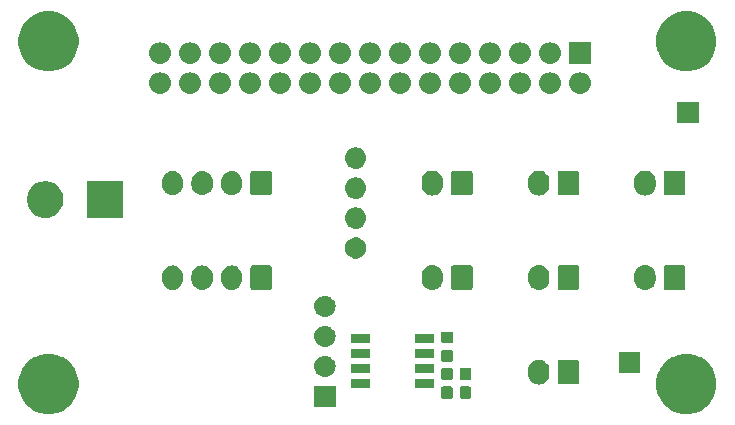
<source format=gts>
G04 #@! TF.GenerationSoftware,KiCad,Pcbnew,(5.1.0)-1*
G04 #@! TF.CreationDate,2019-11-19T19:29:26+08:00*
G04 #@! TF.ProjectId,RibbonCable_MB_BreakdownBoard,52696262-6f6e-4436-9162-6c655f4d425f,V1.1*
G04 #@! TF.SameCoordinates,Original*
G04 #@! TF.FileFunction,Soldermask,Top*
G04 #@! TF.FilePolarity,Negative*
%FSLAX46Y46*%
G04 Gerber Fmt 4.6, Leading zero omitted, Abs format (unit mm)*
G04 Created by KiCad (PCBNEW (5.1.0)-1) date 2019-11-19 19:29:26*
%MOMM*%
%LPD*%
G04 APERTURE LIST*
%ADD10C,0.150000*%
G04 APERTURE END LIST*
D10*
G36*
X163744098Y-99547033D02*
G01*
X164074906Y-99684058D01*
X164208352Y-99739333D01*
X164626168Y-100018509D01*
X164981491Y-100373832D01*
X165253071Y-100780280D01*
X165260668Y-100791650D01*
X165452967Y-101255902D01*
X165551000Y-101748747D01*
X165551000Y-102251253D01*
X165452967Y-102744098D01*
X165269143Y-103187890D01*
X165260667Y-103208352D01*
X164981491Y-103626168D01*
X164626168Y-103981491D01*
X164208352Y-104260667D01*
X164208351Y-104260668D01*
X164208350Y-104260668D01*
X163744098Y-104452967D01*
X163251253Y-104551000D01*
X162748747Y-104551000D01*
X162255902Y-104452967D01*
X161791650Y-104260668D01*
X161791649Y-104260668D01*
X161791648Y-104260667D01*
X161373832Y-103981491D01*
X161018509Y-103626168D01*
X160739333Y-103208352D01*
X160730857Y-103187890D01*
X160547033Y-102744098D01*
X160449000Y-102251253D01*
X160449000Y-101748747D01*
X160547033Y-101255902D01*
X160739332Y-100791650D01*
X160746929Y-100780280D01*
X161018509Y-100373832D01*
X161373832Y-100018509D01*
X161791648Y-99739333D01*
X161925094Y-99684058D01*
X162255902Y-99547033D01*
X162748747Y-99449000D01*
X163251253Y-99449000D01*
X163744098Y-99547033D01*
X163744098Y-99547033D01*
G37*
G36*
X109744098Y-99547033D02*
G01*
X110074906Y-99684058D01*
X110208352Y-99739333D01*
X110626168Y-100018509D01*
X110981491Y-100373832D01*
X111253071Y-100780280D01*
X111260668Y-100791650D01*
X111452967Y-101255902D01*
X111551000Y-101748747D01*
X111551000Y-102251253D01*
X111452967Y-102744098D01*
X111269143Y-103187890D01*
X111260667Y-103208352D01*
X110981491Y-103626168D01*
X110626168Y-103981491D01*
X110208352Y-104260667D01*
X110208351Y-104260668D01*
X110208350Y-104260668D01*
X109744098Y-104452967D01*
X109251253Y-104551000D01*
X108748747Y-104551000D01*
X108255902Y-104452967D01*
X107791650Y-104260668D01*
X107791649Y-104260668D01*
X107791648Y-104260667D01*
X107373832Y-103981491D01*
X107018509Y-103626168D01*
X106739333Y-103208352D01*
X106730857Y-103187890D01*
X106547033Y-102744098D01*
X106449000Y-102251253D01*
X106449000Y-101748747D01*
X106547033Y-101255902D01*
X106739332Y-100791650D01*
X106746929Y-100780280D01*
X107018509Y-100373832D01*
X107373832Y-100018509D01*
X107791648Y-99739333D01*
X107925094Y-99684058D01*
X108255902Y-99547033D01*
X108748747Y-99449000D01*
X109251253Y-99449000D01*
X109744098Y-99547033D01*
X109744098Y-99547033D01*
G37*
G36*
X133298500Y-103961500D02*
G01*
X131496500Y-103961500D01*
X131496500Y-102159500D01*
X133298500Y-102159500D01*
X133298500Y-103961500D01*
X133298500Y-103961500D01*
G37*
G36*
X143064591Y-102221085D02*
G01*
X143098569Y-102231393D01*
X143129890Y-102248134D01*
X143157339Y-102270661D01*
X143179866Y-102298110D01*
X143196607Y-102329431D01*
X143206915Y-102363409D01*
X143211000Y-102404890D01*
X143211000Y-103081110D01*
X143206915Y-103122591D01*
X143196607Y-103156569D01*
X143179866Y-103187890D01*
X143157339Y-103215339D01*
X143129890Y-103237866D01*
X143098569Y-103254607D01*
X143064591Y-103264915D01*
X143023110Y-103269000D01*
X142421890Y-103269000D01*
X142380409Y-103264915D01*
X142346431Y-103254607D01*
X142315110Y-103237866D01*
X142287661Y-103215339D01*
X142265134Y-103187890D01*
X142248393Y-103156569D01*
X142238085Y-103122591D01*
X142234000Y-103081110D01*
X142234000Y-102404890D01*
X142238085Y-102363409D01*
X142248393Y-102329431D01*
X142265134Y-102298110D01*
X142287661Y-102270661D01*
X142315110Y-102248134D01*
X142346431Y-102231393D01*
X142380409Y-102221085D01*
X142421890Y-102217000D01*
X143023110Y-102217000D01*
X143064591Y-102221085D01*
X143064591Y-102221085D01*
G37*
G36*
X144639591Y-102221085D02*
G01*
X144673569Y-102231393D01*
X144704890Y-102248134D01*
X144732339Y-102270661D01*
X144754866Y-102298110D01*
X144771607Y-102329431D01*
X144781915Y-102363409D01*
X144786000Y-102404890D01*
X144786000Y-103081110D01*
X144781915Y-103122591D01*
X144771607Y-103156569D01*
X144754866Y-103187890D01*
X144732339Y-103215339D01*
X144704890Y-103237866D01*
X144673569Y-103254607D01*
X144639591Y-103264915D01*
X144598110Y-103269000D01*
X143996890Y-103269000D01*
X143955409Y-103264915D01*
X143921431Y-103254607D01*
X143890110Y-103237866D01*
X143862661Y-103215339D01*
X143840134Y-103187890D01*
X143823393Y-103156569D01*
X143813085Y-103122591D01*
X143809000Y-103081110D01*
X143809000Y-102404890D01*
X143813085Y-102363409D01*
X143823393Y-102329431D01*
X143840134Y-102298110D01*
X143862661Y-102270661D01*
X143890110Y-102248134D01*
X143921431Y-102231393D01*
X143955409Y-102221085D01*
X143996890Y-102217000D01*
X144598110Y-102217000D01*
X144639591Y-102221085D01*
X144639591Y-102221085D01*
G37*
G36*
X141638500Y-102332000D02*
G01*
X139986500Y-102332000D01*
X139986500Y-101630000D01*
X141638500Y-101630000D01*
X141638500Y-102332000D01*
X141638500Y-102332000D01*
G37*
G36*
X136238500Y-102332000D02*
G01*
X134586500Y-102332000D01*
X134586500Y-101630000D01*
X136238500Y-101630000D01*
X136238500Y-102332000D01*
X136238500Y-102332000D01*
G37*
G36*
X150676627Y-99962037D02*
G01*
X150846466Y-100013557D01*
X150846468Y-100013558D01*
X150870899Y-100026617D01*
X151002991Y-100097222D01*
X151025027Y-100115307D01*
X151140186Y-100209814D01*
X151223448Y-100311271D01*
X151252778Y-100347009D01*
X151336443Y-100503534D01*
X151387963Y-100673374D01*
X151401000Y-100805743D01*
X151401000Y-101194258D01*
X151387963Y-101326627D01*
X151336443Y-101496466D01*
X151252778Y-101652991D01*
X151229381Y-101681500D01*
X151140186Y-101790186D01*
X151002989Y-101902779D01*
X150846467Y-101986442D01*
X150846465Y-101986443D01*
X150676626Y-102037963D01*
X150500000Y-102055359D01*
X150323373Y-102037963D01*
X150153534Y-101986443D01*
X149997009Y-101902778D01*
X149954750Y-101868097D01*
X149859814Y-101790186D01*
X149747221Y-101652989D01*
X149663558Y-101496467D01*
X149662691Y-101493610D01*
X149612037Y-101326626D01*
X149599000Y-101194257D01*
X149599000Y-100805742D01*
X149612037Y-100673373D01*
X149663557Y-100503534D01*
X149747222Y-100347009D01*
X149859815Y-100209815D01*
X149997010Y-100097222D01*
X150129102Y-100026617D01*
X150153533Y-100013558D01*
X150153535Y-100013557D01*
X150323374Y-99962037D01*
X150500000Y-99944641D01*
X150676627Y-99962037D01*
X150676627Y-99962037D01*
G37*
G36*
X153758600Y-99952989D02*
G01*
X153791652Y-99963015D01*
X153822103Y-99979292D01*
X153848799Y-100001201D01*
X153870708Y-100027897D01*
X153886985Y-100058348D01*
X153897011Y-100091400D01*
X153901000Y-100131903D01*
X153901000Y-101868097D01*
X153897011Y-101908600D01*
X153886985Y-101941652D01*
X153870708Y-101972103D01*
X153848799Y-101998799D01*
X153822103Y-102020708D01*
X153791652Y-102036985D01*
X153758600Y-102047011D01*
X153718097Y-102051000D01*
X152281903Y-102051000D01*
X152241400Y-102047011D01*
X152208348Y-102036985D01*
X152177897Y-102020708D01*
X152151201Y-101998799D01*
X152129292Y-101972103D01*
X152113015Y-101941652D01*
X152102989Y-101908600D01*
X152099000Y-101868097D01*
X152099000Y-100131903D01*
X152102989Y-100091400D01*
X152113015Y-100058348D01*
X152129292Y-100027897D01*
X152151201Y-100001201D01*
X152177897Y-99979292D01*
X152208348Y-99963015D01*
X152241400Y-99952989D01*
X152281903Y-99949000D01*
X153718097Y-99949000D01*
X153758600Y-99952989D01*
X153758600Y-99952989D01*
G37*
G36*
X143064591Y-100633585D02*
G01*
X143098569Y-100643893D01*
X143129890Y-100660634D01*
X143157339Y-100683161D01*
X143179866Y-100710610D01*
X143196607Y-100741931D01*
X143206915Y-100775909D01*
X143211000Y-100817390D01*
X143211000Y-101493610D01*
X143206915Y-101535091D01*
X143196607Y-101569069D01*
X143179866Y-101600390D01*
X143157339Y-101627839D01*
X143129890Y-101650366D01*
X143098569Y-101667107D01*
X143064591Y-101677415D01*
X143023110Y-101681500D01*
X142421890Y-101681500D01*
X142380409Y-101677415D01*
X142346431Y-101667107D01*
X142315110Y-101650366D01*
X142287661Y-101627839D01*
X142265134Y-101600390D01*
X142248393Y-101569069D01*
X142238085Y-101535091D01*
X142234000Y-101493610D01*
X142234000Y-100817390D01*
X142238085Y-100775909D01*
X142248393Y-100741931D01*
X142265134Y-100710610D01*
X142287661Y-100683161D01*
X142315110Y-100660634D01*
X142346431Y-100643893D01*
X142380409Y-100633585D01*
X142421890Y-100629500D01*
X143023110Y-100629500D01*
X143064591Y-100633585D01*
X143064591Y-100633585D01*
G37*
G36*
X144639591Y-100633585D02*
G01*
X144673569Y-100643893D01*
X144704890Y-100660634D01*
X144732339Y-100683161D01*
X144754866Y-100710610D01*
X144771607Y-100741931D01*
X144781915Y-100775909D01*
X144786000Y-100817390D01*
X144786000Y-101493610D01*
X144781915Y-101535091D01*
X144771607Y-101569069D01*
X144754866Y-101600390D01*
X144732339Y-101627839D01*
X144704890Y-101650366D01*
X144673569Y-101667107D01*
X144639591Y-101677415D01*
X144598110Y-101681500D01*
X143996890Y-101681500D01*
X143955409Y-101677415D01*
X143921431Y-101667107D01*
X143890110Y-101650366D01*
X143862661Y-101627839D01*
X143840134Y-101600390D01*
X143823393Y-101569069D01*
X143813085Y-101535091D01*
X143809000Y-101493610D01*
X143809000Y-100817390D01*
X143813085Y-100775909D01*
X143823393Y-100741931D01*
X143840134Y-100710610D01*
X143862661Y-100683161D01*
X143890110Y-100660634D01*
X143921431Y-100643893D01*
X143955409Y-100633585D01*
X143996890Y-100629500D01*
X144598110Y-100629500D01*
X144639591Y-100633585D01*
X144639591Y-100633585D01*
G37*
G36*
X132507942Y-99626018D02*
G01*
X132574127Y-99632537D01*
X132743966Y-99684057D01*
X132900491Y-99767722D01*
X132936229Y-99797052D01*
X133037686Y-99880314D01*
X133098233Y-99954092D01*
X133150278Y-100017509D01*
X133233943Y-100174034D01*
X133285463Y-100343873D01*
X133302859Y-100520500D01*
X133285463Y-100697127D01*
X133233943Y-100866966D01*
X133150278Y-101023491D01*
X133120948Y-101059229D01*
X133037686Y-101160686D01*
X132936229Y-101243948D01*
X132900491Y-101273278D01*
X132743966Y-101356943D01*
X132574127Y-101408463D01*
X132507942Y-101414982D01*
X132441760Y-101421500D01*
X132353240Y-101421500D01*
X132287058Y-101414982D01*
X132220873Y-101408463D01*
X132051034Y-101356943D01*
X131894509Y-101273278D01*
X131858771Y-101243948D01*
X131757314Y-101160686D01*
X131674052Y-101059229D01*
X131644722Y-101023491D01*
X131561057Y-100866966D01*
X131509537Y-100697127D01*
X131492141Y-100520500D01*
X131509537Y-100343873D01*
X131561057Y-100174034D01*
X131644722Y-100017509D01*
X131696767Y-99954092D01*
X131757314Y-99880314D01*
X131858771Y-99797052D01*
X131894509Y-99767722D01*
X132051034Y-99684057D01*
X132220873Y-99632537D01*
X132287058Y-99626018D01*
X132353240Y-99619500D01*
X132441760Y-99619500D01*
X132507942Y-99626018D01*
X132507942Y-99626018D01*
G37*
G36*
X159079500Y-101104000D02*
G01*
X157277500Y-101104000D01*
X157277500Y-99302000D01*
X159079500Y-99302000D01*
X159079500Y-101104000D01*
X159079500Y-101104000D01*
G37*
G36*
X136238500Y-101062000D02*
G01*
X134586500Y-101062000D01*
X134586500Y-100360000D01*
X136238500Y-100360000D01*
X136238500Y-101062000D01*
X136238500Y-101062000D01*
G37*
G36*
X141638500Y-101062000D02*
G01*
X139986500Y-101062000D01*
X139986500Y-100360000D01*
X141638500Y-100360000D01*
X141638500Y-101062000D01*
X141638500Y-101062000D01*
G37*
G36*
X143127591Y-99147085D02*
G01*
X143161569Y-99157393D01*
X143192890Y-99174134D01*
X143220339Y-99196661D01*
X143242866Y-99224110D01*
X143259607Y-99255431D01*
X143269915Y-99289409D01*
X143274000Y-99330890D01*
X143274000Y-99932110D01*
X143269915Y-99973591D01*
X143259607Y-100007569D01*
X143242866Y-100038890D01*
X143220339Y-100066339D01*
X143192890Y-100088866D01*
X143161569Y-100105607D01*
X143127591Y-100115915D01*
X143086110Y-100120000D01*
X142409890Y-100120000D01*
X142368409Y-100115915D01*
X142334431Y-100105607D01*
X142303110Y-100088866D01*
X142275661Y-100066339D01*
X142253134Y-100038890D01*
X142236393Y-100007569D01*
X142226085Y-99973591D01*
X142222000Y-99932110D01*
X142222000Y-99330890D01*
X142226085Y-99289409D01*
X142236393Y-99255431D01*
X142253134Y-99224110D01*
X142275661Y-99196661D01*
X142303110Y-99174134D01*
X142334431Y-99157393D01*
X142368409Y-99147085D01*
X142409890Y-99143000D01*
X143086110Y-99143000D01*
X143127591Y-99147085D01*
X143127591Y-99147085D01*
G37*
G36*
X136238500Y-99792000D02*
G01*
X134586500Y-99792000D01*
X134586500Y-99090000D01*
X136238500Y-99090000D01*
X136238500Y-99792000D01*
X136238500Y-99792000D01*
G37*
G36*
X141638500Y-99792000D02*
G01*
X139986500Y-99792000D01*
X139986500Y-99090000D01*
X141638500Y-99090000D01*
X141638500Y-99792000D01*
X141638500Y-99792000D01*
G37*
G36*
X132507943Y-97086019D02*
G01*
X132574127Y-97092537D01*
X132743966Y-97144057D01*
X132900491Y-97227722D01*
X132936229Y-97257052D01*
X133037686Y-97340314D01*
X133120948Y-97441771D01*
X133150278Y-97477509D01*
X133150279Y-97477511D01*
X133227330Y-97621661D01*
X133233943Y-97634034D01*
X133285463Y-97803873D01*
X133302859Y-97980500D01*
X133285463Y-98157127D01*
X133233943Y-98326966D01*
X133150278Y-98483491D01*
X133143837Y-98491339D01*
X133037686Y-98620686D01*
X132936229Y-98703948D01*
X132900491Y-98733278D01*
X132743966Y-98816943D01*
X132574127Y-98868463D01*
X132507943Y-98874981D01*
X132441760Y-98881500D01*
X132353240Y-98881500D01*
X132287057Y-98874981D01*
X132220873Y-98868463D01*
X132051034Y-98816943D01*
X131894509Y-98733278D01*
X131858771Y-98703948D01*
X131757314Y-98620686D01*
X131651163Y-98491339D01*
X131644722Y-98483491D01*
X131561057Y-98326966D01*
X131509537Y-98157127D01*
X131492141Y-97980500D01*
X131509537Y-97803873D01*
X131561057Y-97634034D01*
X131567671Y-97621661D01*
X131644721Y-97477511D01*
X131644722Y-97477509D01*
X131674052Y-97441771D01*
X131757314Y-97340314D01*
X131858771Y-97257052D01*
X131894509Y-97227722D01*
X132051034Y-97144057D01*
X132220873Y-97092537D01*
X132287057Y-97086019D01*
X132353240Y-97079500D01*
X132441760Y-97079500D01*
X132507943Y-97086019D01*
X132507943Y-97086019D01*
G37*
G36*
X143127591Y-97572085D02*
G01*
X143161569Y-97582393D01*
X143192890Y-97599134D01*
X143220339Y-97621661D01*
X143242866Y-97649110D01*
X143259607Y-97680431D01*
X143269915Y-97714409D01*
X143274000Y-97755890D01*
X143274000Y-98357110D01*
X143269915Y-98398591D01*
X143259607Y-98432569D01*
X143242866Y-98463890D01*
X143220339Y-98491339D01*
X143192890Y-98513866D01*
X143161569Y-98530607D01*
X143127591Y-98540915D01*
X143086110Y-98545000D01*
X142409890Y-98545000D01*
X142368409Y-98540915D01*
X142334431Y-98530607D01*
X142303110Y-98513866D01*
X142275661Y-98491339D01*
X142253134Y-98463890D01*
X142236393Y-98432569D01*
X142226085Y-98398591D01*
X142222000Y-98357110D01*
X142222000Y-97755890D01*
X142226085Y-97714409D01*
X142236393Y-97680431D01*
X142253134Y-97649110D01*
X142275661Y-97621661D01*
X142303110Y-97599134D01*
X142334431Y-97582393D01*
X142368409Y-97572085D01*
X142409890Y-97568000D01*
X143086110Y-97568000D01*
X143127591Y-97572085D01*
X143127591Y-97572085D01*
G37*
G36*
X141638500Y-98522000D02*
G01*
X139986500Y-98522000D01*
X139986500Y-97820000D01*
X141638500Y-97820000D01*
X141638500Y-98522000D01*
X141638500Y-98522000D01*
G37*
G36*
X136238500Y-98522000D02*
G01*
X134586500Y-98522000D01*
X134586500Y-97820000D01*
X136238500Y-97820000D01*
X136238500Y-98522000D01*
X136238500Y-98522000D01*
G37*
G36*
X132507942Y-94546018D02*
G01*
X132574127Y-94552537D01*
X132743966Y-94604057D01*
X132900491Y-94687722D01*
X132936229Y-94717052D01*
X133037686Y-94800314D01*
X133120948Y-94901771D01*
X133150278Y-94937509D01*
X133233943Y-95094034D01*
X133285463Y-95263873D01*
X133302859Y-95440500D01*
X133285463Y-95617127D01*
X133233943Y-95786966D01*
X133150278Y-95943491D01*
X133120948Y-95979229D01*
X133037686Y-96080686D01*
X132936229Y-96163948D01*
X132900491Y-96193278D01*
X132743966Y-96276943D01*
X132574127Y-96328463D01*
X132507942Y-96334982D01*
X132441760Y-96341500D01*
X132353240Y-96341500D01*
X132287057Y-96334981D01*
X132220873Y-96328463D01*
X132051034Y-96276943D01*
X131894509Y-96193278D01*
X131858771Y-96163948D01*
X131757314Y-96080686D01*
X131674052Y-95979229D01*
X131644722Y-95943491D01*
X131561057Y-95786966D01*
X131509537Y-95617127D01*
X131492141Y-95440500D01*
X131509537Y-95263873D01*
X131561057Y-95094034D01*
X131644722Y-94937509D01*
X131674052Y-94901771D01*
X131757314Y-94800314D01*
X131858771Y-94717052D01*
X131894509Y-94687722D01*
X132051034Y-94604057D01*
X132220873Y-94552537D01*
X132287057Y-94546019D01*
X132353240Y-94539500D01*
X132441760Y-94539500D01*
X132507942Y-94546018D01*
X132507942Y-94546018D01*
G37*
G36*
X159676627Y-91962037D02*
G01*
X159846466Y-92013557D01*
X160002991Y-92097222D01*
X160026359Y-92116400D01*
X160140186Y-92209814D01*
X160223448Y-92311271D01*
X160252778Y-92347009D01*
X160336443Y-92503534D01*
X160387963Y-92673374D01*
X160401000Y-92805743D01*
X160401000Y-93194258D01*
X160387963Y-93326627D01*
X160336443Y-93496466D01*
X160252778Y-93652991D01*
X160223448Y-93688729D01*
X160140186Y-93790186D01*
X160002989Y-93902779D01*
X159870120Y-93973799D01*
X159846465Y-93986443D01*
X159676626Y-94037963D01*
X159500000Y-94055359D01*
X159323373Y-94037963D01*
X159153534Y-93986443D01*
X158997009Y-93902778D01*
X158947822Y-93862411D01*
X158859814Y-93790186D01*
X158747221Y-93652989D01*
X158663558Y-93496467D01*
X158663557Y-93496465D01*
X158612037Y-93326626D01*
X158599000Y-93194257D01*
X158599000Y-92805742D01*
X158612037Y-92673373D01*
X158663557Y-92503534D01*
X158747222Y-92347009D01*
X158859815Y-92209815D01*
X158997010Y-92097222D01*
X159153535Y-92013557D01*
X159323374Y-91962037D01*
X159500000Y-91944641D01*
X159676627Y-91962037D01*
X159676627Y-91962037D01*
G37*
G36*
X150676627Y-91962037D02*
G01*
X150846466Y-92013557D01*
X151002991Y-92097222D01*
X151026359Y-92116400D01*
X151140186Y-92209814D01*
X151223448Y-92311271D01*
X151252778Y-92347009D01*
X151336443Y-92503534D01*
X151387963Y-92673374D01*
X151401000Y-92805743D01*
X151401000Y-93194258D01*
X151387963Y-93326627D01*
X151336443Y-93496466D01*
X151252778Y-93652991D01*
X151223448Y-93688729D01*
X151140186Y-93790186D01*
X151002989Y-93902779D01*
X150870120Y-93973799D01*
X150846465Y-93986443D01*
X150676626Y-94037963D01*
X150500000Y-94055359D01*
X150323373Y-94037963D01*
X150153534Y-93986443D01*
X149997009Y-93902778D01*
X149947822Y-93862411D01*
X149859814Y-93790186D01*
X149747221Y-93652989D01*
X149663558Y-93496467D01*
X149663557Y-93496465D01*
X149612037Y-93326626D01*
X149599000Y-93194257D01*
X149599000Y-92805742D01*
X149612037Y-92673373D01*
X149663557Y-92503534D01*
X149747222Y-92347009D01*
X149859815Y-92209815D01*
X149997010Y-92097222D01*
X150153535Y-92013557D01*
X150323374Y-91962037D01*
X150500000Y-91944641D01*
X150676627Y-91962037D01*
X150676627Y-91962037D01*
G37*
G36*
X141676627Y-91962037D02*
G01*
X141846466Y-92013557D01*
X142002991Y-92097222D01*
X142026359Y-92116400D01*
X142140186Y-92209814D01*
X142223448Y-92311271D01*
X142252778Y-92347009D01*
X142336443Y-92503534D01*
X142387963Y-92673374D01*
X142401000Y-92805743D01*
X142401000Y-93194258D01*
X142387963Y-93326627D01*
X142336443Y-93496466D01*
X142252778Y-93652991D01*
X142223448Y-93688729D01*
X142140186Y-93790186D01*
X142002989Y-93902779D01*
X141870120Y-93973799D01*
X141846465Y-93986443D01*
X141676626Y-94037963D01*
X141500000Y-94055359D01*
X141323373Y-94037963D01*
X141153534Y-93986443D01*
X140997009Y-93902778D01*
X140947822Y-93862411D01*
X140859814Y-93790186D01*
X140747221Y-93652989D01*
X140663558Y-93496467D01*
X140663557Y-93496465D01*
X140612037Y-93326626D01*
X140599000Y-93194257D01*
X140599000Y-92805742D01*
X140612037Y-92673373D01*
X140663557Y-92503534D01*
X140747222Y-92347009D01*
X140859815Y-92209815D01*
X140997010Y-92097222D01*
X141153535Y-92013557D01*
X141323374Y-91962037D01*
X141500000Y-91944641D01*
X141676627Y-91962037D01*
X141676627Y-91962037D01*
G37*
G36*
X162758600Y-91952989D02*
G01*
X162791652Y-91963015D01*
X162822103Y-91979292D01*
X162848799Y-92001201D01*
X162870708Y-92027897D01*
X162886985Y-92058348D01*
X162897011Y-92091400D01*
X162901000Y-92131903D01*
X162901000Y-93868097D01*
X162897011Y-93908600D01*
X162886985Y-93941652D01*
X162870708Y-93972103D01*
X162848799Y-93998799D01*
X162822103Y-94020708D01*
X162791652Y-94036985D01*
X162758600Y-94047011D01*
X162718097Y-94051000D01*
X161281903Y-94051000D01*
X161241400Y-94047011D01*
X161208348Y-94036985D01*
X161177897Y-94020708D01*
X161151201Y-93998799D01*
X161129292Y-93972103D01*
X161113015Y-93941652D01*
X161102989Y-93908600D01*
X161099000Y-93868097D01*
X161099000Y-92131903D01*
X161102989Y-92091400D01*
X161113015Y-92058348D01*
X161129292Y-92027897D01*
X161151201Y-92001201D01*
X161177897Y-91979292D01*
X161208348Y-91963015D01*
X161241400Y-91952989D01*
X161281903Y-91949000D01*
X162718097Y-91949000D01*
X162758600Y-91952989D01*
X162758600Y-91952989D01*
G37*
G36*
X144758600Y-91952989D02*
G01*
X144791652Y-91963015D01*
X144822103Y-91979292D01*
X144848799Y-92001201D01*
X144870708Y-92027897D01*
X144886985Y-92058348D01*
X144897011Y-92091400D01*
X144901000Y-92131903D01*
X144901000Y-93868097D01*
X144897011Y-93908600D01*
X144886985Y-93941652D01*
X144870708Y-93972103D01*
X144848799Y-93998799D01*
X144822103Y-94020708D01*
X144791652Y-94036985D01*
X144758600Y-94047011D01*
X144718097Y-94051000D01*
X143281903Y-94051000D01*
X143241400Y-94047011D01*
X143208348Y-94036985D01*
X143177897Y-94020708D01*
X143151201Y-93998799D01*
X143129292Y-93972103D01*
X143113015Y-93941652D01*
X143102989Y-93908600D01*
X143099000Y-93868097D01*
X143099000Y-92131903D01*
X143102989Y-92091400D01*
X143113015Y-92058348D01*
X143129292Y-92027897D01*
X143151201Y-92001201D01*
X143177897Y-91979292D01*
X143208348Y-91963015D01*
X143241400Y-91952989D01*
X143281903Y-91949000D01*
X144718097Y-91949000D01*
X144758600Y-91952989D01*
X144758600Y-91952989D01*
G37*
G36*
X153758600Y-91952989D02*
G01*
X153791652Y-91963015D01*
X153822103Y-91979292D01*
X153848799Y-92001201D01*
X153870708Y-92027897D01*
X153886985Y-92058348D01*
X153897011Y-92091400D01*
X153901000Y-92131903D01*
X153901000Y-93868097D01*
X153897011Y-93908600D01*
X153886985Y-93941652D01*
X153870708Y-93972103D01*
X153848799Y-93998799D01*
X153822103Y-94020708D01*
X153791652Y-94036985D01*
X153758600Y-94047011D01*
X153718097Y-94051000D01*
X152281903Y-94051000D01*
X152241400Y-94047011D01*
X152208348Y-94036985D01*
X152177897Y-94020708D01*
X152151201Y-93998799D01*
X152129292Y-93972103D01*
X152113015Y-93941652D01*
X152102989Y-93908600D01*
X152099000Y-93868097D01*
X152099000Y-92131903D01*
X152102989Y-92091400D01*
X152113015Y-92058348D01*
X152129292Y-92027897D01*
X152151201Y-92001201D01*
X152177897Y-91979292D01*
X152208348Y-91963015D01*
X152241400Y-91952989D01*
X152281903Y-91949000D01*
X153718097Y-91949000D01*
X153758600Y-91952989D01*
X153758600Y-91952989D01*
G37*
G36*
X122176627Y-91987037D02*
G01*
X122346466Y-92038557D01*
X122502991Y-92122222D01*
X122538729Y-92151552D01*
X122640186Y-92234814D01*
X122723448Y-92336271D01*
X122752778Y-92372009D01*
X122836443Y-92528534D01*
X122887963Y-92698374D01*
X122887963Y-92698376D01*
X122898538Y-92805740D01*
X122901000Y-92830743D01*
X122901000Y-93169258D01*
X122887963Y-93301627D01*
X122836443Y-93471466D01*
X122752778Y-93627991D01*
X122732262Y-93652990D01*
X122640186Y-93765186D01*
X122502989Y-93877779D01*
X122346467Y-93961442D01*
X122346465Y-93961443D01*
X122176626Y-94012963D01*
X122000000Y-94030359D01*
X121823373Y-94012963D01*
X121653534Y-93961443D01*
X121497009Y-93877778D01*
X121448173Y-93837699D01*
X121359814Y-93765186D01*
X121247221Y-93627989D01*
X121163558Y-93471467D01*
X121163557Y-93471465D01*
X121112037Y-93301626D01*
X121105518Y-93235441D01*
X121099000Y-93169259D01*
X121099000Y-92830740D01*
X121112037Y-92698375D01*
X121112037Y-92698373D01*
X121163557Y-92528534D01*
X121247222Y-92372009D01*
X121359815Y-92234815D01*
X121497010Y-92122222D01*
X121653535Y-92038557D01*
X121823374Y-91987037D01*
X122000000Y-91969641D01*
X122176627Y-91987037D01*
X122176627Y-91987037D01*
G37*
G36*
X119676627Y-91987037D02*
G01*
X119846466Y-92038557D01*
X120002991Y-92122222D01*
X120038729Y-92151552D01*
X120140186Y-92234814D01*
X120223448Y-92336271D01*
X120252778Y-92372009D01*
X120336443Y-92528534D01*
X120387963Y-92698374D01*
X120387963Y-92698376D01*
X120398538Y-92805740D01*
X120401000Y-92830743D01*
X120401000Y-93169258D01*
X120387963Y-93301627D01*
X120336443Y-93471466D01*
X120252778Y-93627991D01*
X120232262Y-93652990D01*
X120140186Y-93765186D01*
X120002989Y-93877779D01*
X119846467Y-93961442D01*
X119846465Y-93961443D01*
X119676626Y-94012963D01*
X119500000Y-94030359D01*
X119323373Y-94012963D01*
X119153534Y-93961443D01*
X118997009Y-93877778D01*
X118948173Y-93837699D01*
X118859814Y-93765186D01*
X118747221Y-93627989D01*
X118663558Y-93471467D01*
X118663557Y-93471465D01*
X118612037Y-93301626D01*
X118605518Y-93235441D01*
X118599000Y-93169259D01*
X118599000Y-92830740D01*
X118612037Y-92698375D01*
X118612037Y-92698373D01*
X118663557Y-92528534D01*
X118747222Y-92372009D01*
X118859815Y-92234815D01*
X118997010Y-92122222D01*
X119153535Y-92038557D01*
X119323374Y-91987037D01*
X119500000Y-91969641D01*
X119676627Y-91987037D01*
X119676627Y-91987037D01*
G37*
G36*
X124676627Y-91987037D02*
G01*
X124846466Y-92038557D01*
X125002991Y-92122222D01*
X125038729Y-92151552D01*
X125140186Y-92234814D01*
X125223448Y-92336271D01*
X125252778Y-92372009D01*
X125336443Y-92528534D01*
X125387963Y-92698374D01*
X125387963Y-92698376D01*
X125398538Y-92805740D01*
X125401000Y-92830743D01*
X125401000Y-93169258D01*
X125387963Y-93301627D01*
X125336443Y-93471466D01*
X125252778Y-93627991D01*
X125232262Y-93652990D01*
X125140186Y-93765186D01*
X125002989Y-93877779D01*
X124846467Y-93961442D01*
X124846465Y-93961443D01*
X124676626Y-94012963D01*
X124500000Y-94030359D01*
X124323373Y-94012963D01*
X124153534Y-93961443D01*
X123997009Y-93877778D01*
X123948173Y-93837699D01*
X123859814Y-93765186D01*
X123747221Y-93627989D01*
X123663558Y-93471467D01*
X123663557Y-93471465D01*
X123612037Y-93301626D01*
X123605518Y-93235441D01*
X123599000Y-93169259D01*
X123599000Y-92830740D01*
X123612037Y-92698375D01*
X123612037Y-92698373D01*
X123663557Y-92528534D01*
X123747222Y-92372009D01*
X123859815Y-92234815D01*
X123997010Y-92122222D01*
X124153535Y-92038557D01*
X124323374Y-91987037D01*
X124500000Y-91969641D01*
X124676627Y-91987037D01*
X124676627Y-91987037D01*
G37*
G36*
X127758600Y-91977989D02*
G01*
X127791652Y-91988015D01*
X127822103Y-92004292D01*
X127848799Y-92026201D01*
X127870708Y-92052897D01*
X127886985Y-92083348D01*
X127897011Y-92116400D01*
X127901000Y-92156903D01*
X127901000Y-93843097D01*
X127897011Y-93883600D01*
X127886985Y-93916652D01*
X127870708Y-93947103D01*
X127848799Y-93973799D01*
X127822103Y-93995708D01*
X127791652Y-94011985D01*
X127758600Y-94022011D01*
X127718097Y-94026000D01*
X126281903Y-94026000D01*
X126241400Y-94022011D01*
X126208348Y-94011985D01*
X126177897Y-93995708D01*
X126151201Y-93973799D01*
X126129292Y-93947103D01*
X126113015Y-93916652D01*
X126102989Y-93883600D01*
X126099000Y-93843097D01*
X126099000Y-92156903D01*
X126102989Y-92116400D01*
X126113015Y-92083348D01*
X126129292Y-92052897D01*
X126151201Y-92026201D01*
X126177897Y-92004292D01*
X126208348Y-91988015D01*
X126241400Y-91977989D01*
X126281903Y-91974000D01*
X127718097Y-91974000D01*
X127758600Y-91977989D01*
X127758600Y-91977989D01*
G37*
G36*
X135113512Y-89603927D02*
G01*
X135262812Y-89633624D01*
X135426784Y-89701544D01*
X135574354Y-89800147D01*
X135699853Y-89925646D01*
X135798456Y-90073216D01*
X135866376Y-90237188D01*
X135901000Y-90411259D01*
X135901000Y-90588741D01*
X135866376Y-90762812D01*
X135798456Y-90926784D01*
X135699853Y-91074354D01*
X135574354Y-91199853D01*
X135426784Y-91298456D01*
X135262812Y-91366376D01*
X135113512Y-91396073D01*
X135088742Y-91401000D01*
X134911258Y-91401000D01*
X134886488Y-91396073D01*
X134737188Y-91366376D01*
X134573216Y-91298456D01*
X134425646Y-91199853D01*
X134300147Y-91074354D01*
X134201544Y-90926784D01*
X134133624Y-90762812D01*
X134099000Y-90588741D01*
X134099000Y-90411259D01*
X134133624Y-90237188D01*
X134201544Y-90073216D01*
X134300147Y-89925646D01*
X134425646Y-89800147D01*
X134573216Y-89701544D01*
X134737188Y-89633624D01*
X134886488Y-89603927D01*
X134911258Y-89599000D01*
X135088742Y-89599000D01*
X135113512Y-89603927D01*
X135113512Y-89603927D01*
G37*
G36*
X135110443Y-87065519D02*
G01*
X135176627Y-87072037D01*
X135346466Y-87123557D01*
X135502991Y-87207222D01*
X135538729Y-87236552D01*
X135640186Y-87319814D01*
X135723448Y-87421271D01*
X135752778Y-87457009D01*
X135752779Y-87457011D01*
X135831743Y-87604740D01*
X135836443Y-87613534D01*
X135887963Y-87783373D01*
X135905359Y-87960000D01*
X135887963Y-88136627D01*
X135836443Y-88306466D01*
X135752778Y-88462991D01*
X135723448Y-88498729D01*
X135640186Y-88600186D01*
X135538729Y-88683448D01*
X135502991Y-88712778D01*
X135346466Y-88796443D01*
X135176627Y-88847963D01*
X135110442Y-88854482D01*
X135044260Y-88861000D01*
X134955740Y-88861000D01*
X134889558Y-88854482D01*
X134823373Y-88847963D01*
X134653534Y-88796443D01*
X134497009Y-88712778D01*
X134461271Y-88683448D01*
X134359814Y-88600186D01*
X134276552Y-88498729D01*
X134247222Y-88462991D01*
X134163557Y-88306466D01*
X134112037Y-88136627D01*
X134094641Y-87960000D01*
X134112037Y-87783373D01*
X134163557Y-87613534D01*
X134168258Y-87604740D01*
X134247221Y-87457011D01*
X134247222Y-87457009D01*
X134276552Y-87421271D01*
X134359814Y-87319814D01*
X134461271Y-87236552D01*
X134497009Y-87207222D01*
X134653534Y-87123557D01*
X134823373Y-87072037D01*
X134889557Y-87065519D01*
X134955740Y-87059000D01*
X135044260Y-87059000D01*
X135110443Y-87065519D01*
X135110443Y-87065519D01*
G37*
G36*
X115343000Y-87951000D02*
G01*
X112241000Y-87951000D01*
X112241000Y-84849000D01*
X115343000Y-84849000D01*
X115343000Y-87951000D01*
X115343000Y-87951000D01*
G37*
G36*
X109014585Y-84878802D02*
G01*
X109164410Y-84908604D01*
X109446674Y-85025521D01*
X109700705Y-85195259D01*
X109916741Y-85411295D01*
X110086479Y-85665326D01*
X110203396Y-85947590D01*
X110263000Y-86247240D01*
X110263000Y-86552760D01*
X110203396Y-86852410D01*
X110086479Y-87134674D01*
X109916741Y-87388705D01*
X109700705Y-87604741D01*
X109446674Y-87774479D01*
X109164410Y-87891396D01*
X109014585Y-87921198D01*
X108864761Y-87951000D01*
X108559239Y-87951000D01*
X108409415Y-87921198D01*
X108259590Y-87891396D01*
X107977326Y-87774479D01*
X107723295Y-87604741D01*
X107507259Y-87388705D01*
X107337521Y-87134674D01*
X107220604Y-86852410D01*
X107161000Y-86552760D01*
X107161000Y-86247240D01*
X107220604Y-85947590D01*
X107337521Y-85665326D01*
X107507259Y-85411295D01*
X107723295Y-85195259D01*
X107977326Y-85025521D01*
X108259590Y-84908604D01*
X108409415Y-84878802D01*
X108559239Y-84849000D01*
X108864761Y-84849000D01*
X109014585Y-84878802D01*
X109014585Y-84878802D01*
G37*
G36*
X135110442Y-84525518D02*
G01*
X135176627Y-84532037D01*
X135346466Y-84583557D01*
X135502991Y-84667222D01*
X135538729Y-84696552D01*
X135640186Y-84779814D01*
X135723448Y-84881271D01*
X135752778Y-84917009D01*
X135836443Y-85073534D01*
X135887963Y-85243373D01*
X135905359Y-85420000D01*
X135887963Y-85596627D01*
X135836443Y-85766466D01*
X135752778Y-85922991D01*
X135732590Y-85947590D01*
X135640186Y-86060186D01*
X135538729Y-86143448D01*
X135502991Y-86172778D01*
X135502989Y-86172779D01*
X135363684Y-86247240D01*
X135346466Y-86256443D01*
X135176627Y-86307963D01*
X135110443Y-86314481D01*
X135044260Y-86321000D01*
X134955740Y-86321000D01*
X134889557Y-86314481D01*
X134823373Y-86307963D01*
X134653534Y-86256443D01*
X134636317Y-86247240D01*
X134497011Y-86172779D01*
X134497009Y-86172778D01*
X134461271Y-86143448D01*
X134359814Y-86060186D01*
X134267410Y-85947590D01*
X134247222Y-85922991D01*
X134163557Y-85766466D01*
X134112037Y-85596627D01*
X134094641Y-85420000D01*
X134112037Y-85243373D01*
X134163557Y-85073534D01*
X134247222Y-84917009D01*
X134276552Y-84881271D01*
X134359814Y-84779814D01*
X134461271Y-84696552D01*
X134497009Y-84667222D01*
X134653534Y-84583557D01*
X134823373Y-84532037D01*
X134889558Y-84525518D01*
X134955740Y-84519000D01*
X135044260Y-84519000D01*
X135110442Y-84525518D01*
X135110442Y-84525518D01*
G37*
G36*
X141676627Y-83962037D02*
G01*
X141846466Y-84013557D01*
X142002991Y-84097222D01*
X142026359Y-84116400D01*
X142140186Y-84209814D01*
X142223448Y-84311271D01*
X142252778Y-84347009D01*
X142336443Y-84503534D01*
X142387963Y-84673374D01*
X142387963Y-84673376D01*
X142401000Y-84805741D01*
X142401000Y-85194260D01*
X142394481Y-85260443D01*
X142387963Y-85326627D01*
X142336443Y-85496466D01*
X142252778Y-85652991D01*
X142242653Y-85665328D01*
X142140186Y-85790186D01*
X142002989Y-85902779D01*
X141870120Y-85973799D01*
X141846465Y-85986443D01*
X141676626Y-86037963D01*
X141500000Y-86055359D01*
X141323373Y-86037963D01*
X141153534Y-85986443D01*
X140997009Y-85902778D01*
X140947822Y-85862411D01*
X140859814Y-85790186D01*
X140747221Y-85652989D01*
X140663558Y-85496467D01*
X140663557Y-85496465D01*
X140612037Y-85326626D01*
X140599099Y-85195260D01*
X140599000Y-85194259D01*
X140599000Y-84805740D01*
X140605519Y-84739557D01*
X140612037Y-84673373D01*
X140663557Y-84503534D01*
X140747222Y-84347009D01*
X140859815Y-84209815D01*
X140997010Y-84097222D01*
X141153535Y-84013557D01*
X141323374Y-83962037D01*
X141500000Y-83944641D01*
X141676627Y-83962037D01*
X141676627Y-83962037D01*
G37*
G36*
X150676627Y-83962037D02*
G01*
X150846466Y-84013557D01*
X151002991Y-84097222D01*
X151026359Y-84116400D01*
X151140186Y-84209814D01*
X151223448Y-84311271D01*
X151252778Y-84347009D01*
X151336443Y-84503534D01*
X151387963Y-84673374D01*
X151387963Y-84673376D01*
X151401000Y-84805741D01*
X151401000Y-85194260D01*
X151394481Y-85260443D01*
X151387963Y-85326627D01*
X151336443Y-85496466D01*
X151252778Y-85652991D01*
X151242653Y-85665328D01*
X151140186Y-85790186D01*
X151002989Y-85902779D01*
X150870120Y-85973799D01*
X150846465Y-85986443D01*
X150676626Y-86037963D01*
X150500000Y-86055359D01*
X150323373Y-86037963D01*
X150153534Y-85986443D01*
X149997009Y-85902778D01*
X149947822Y-85862411D01*
X149859814Y-85790186D01*
X149747221Y-85652989D01*
X149663558Y-85496467D01*
X149663557Y-85496465D01*
X149612037Y-85326626D01*
X149599099Y-85195260D01*
X149599000Y-85194259D01*
X149599000Y-84805740D01*
X149605519Y-84739557D01*
X149612037Y-84673373D01*
X149663557Y-84503534D01*
X149747222Y-84347009D01*
X149859815Y-84209815D01*
X149997010Y-84097222D01*
X150153535Y-84013557D01*
X150323374Y-83962037D01*
X150500000Y-83944641D01*
X150676627Y-83962037D01*
X150676627Y-83962037D01*
G37*
G36*
X159676627Y-83962037D02*
G01*
X159846466Y-84013557D01*
X160002991Y-84097222D01*
X160026359Y-84116400D01*
X160140186Y-84209814D01*
X160223448Y-84311271D01*
X160252778Y-84347009D01*
X160336443Y-84503534D01*
X160387963Y-84673374D01*
X160387963Y-84673376D01*
X160401000Y-84805741D01*
X160401000Y-85194260D01*
X160394481Y-85260443D01*
X160387963Y-85326627D01*
X160336443Y-85496466D01*
X160252778Y-85652991D01*
X160242653Y-85665328D01*
X160140186Y-85790186D01*
X160002989Y-85902779D01*
X159870120Y-85973799D01*
X159846465Y-85986443D01*
X159676626Y-86037963D01*
X159500000Y-86055359D01*
X159323373Y-86037963D01*
X159153534Y-85986443D01*
X158997009Y-85902778D01*
X158947822Y-85862411D01*
X158859814Y-85790186D01*
X158747221Y-85652989D01*
X158663558Y-85496467D01*
X158663557Y-85496465D01*
X158612037Y-85326626D01*
X158599099Y-85195260D01*
X158599000Y-85194259D01*
X158599000Y-84805740D01*
X158605519Y-84739557D01*
X158612037Y-84673373D01*
X158663557Y-84503534D01*
X158747222Y-84347009D01*
X158859815Y-84209815D01*
X158997010Y-84097222D01*
X159153535Y-84013557D01*
X159323374Y-83962037D01*
X159500000Y-83944641D01*
X159676627Y-83962037D01*
X159676627Y-83962037D01*
G37*
G36*
X153758600Y-83952989D02*
G01*
X153791652Y-83963015D01*
X153822103Y-83979292D01*
X153848799Y-84001201D01*
X153870708Y-84027897D01*
X153886985Y-84058348D01*
X153897011Y-84091400D01*
X153901000Y-84131903D01*
X153901000Y-85868097D01*
X153897011Y-85908600D01*
X153886985Y-85941652D01*
X153870708Y-85972103D01*
X153848799Y-85998799D01*
X153822103Y-86020708D01*
X153791652Y-86036985D01*
X153758600Y-86047011D01*
X153718097Y-86051000D01*
X152281903Y-86051000D01*
X152241400Y-86047011D01*
X152208348Y-86036985D01*
X152177897Y-86020708D01*
X152151201Y-85998799D01*
X152129292Y-85972103D01*
X152113015Y-85941652D01*
X152102989Y-85908600D01*
X152099000Y-85868097D01*
X152099000Y-84131903D01*
X152102989Y-84091400D01*
X152113015Y-84058348D01*
X152129292Y-84027897D01*
X152151201Y-84001201D01*
X152177897Y-83979292D01*
X152208348Y-83963015D01*
X152241400Y-83952989D01*
X152281903Y-83949000D01*
X153718097Y-83949000D01*
X153758600Y-83952989D01*
X153758600Y-83952989D01*
G37*
G36*
X162758600Y-83952989D02*
G01*
X162791652Y-83963015D01*
X162822103Y-83979292D01*
X162848799Y-84001201D01*
X162870708Y-84027897D01*
X162886985Y-84058348D01*
X162897011Y-84091400D01*
X162901000Y-84131903D01*
X162901000Y-85868097D01*
X162897011Y-85908600D01*
X162886985Y-85941652D01*
X162870708Y-85972103D01*
X162848799Y-85998799D01*
X162822103Y-86020708D01*
X162791652Y-86036985D01*
X162758600Y-86047011D01*
X162718097Y-86051000D01*
X161281903Y-86051000D01*
X161241400Y-86047011D01*
X161208348Y-86036985D01*
X161177897Y-86020708D01*
X161151201Y-85998799D01*
X161129292Y-85972103D01*
X161113015Y-85941652D01*
X161102989Y-85908600D01*
X161099000Y-85868097D01*
X161099000Y-84131903D01*
X161102989Y-84091400D01*
X161113015Y-84058348D01*
X161129292Y-84027897D01*
X161151201Y-84001201D01*
X161177897Y-83979292D01*
X161208348Y-83963015D01*
X161241400Y-83952989D01*
X161281903Y-83949000D01*
X162718097Y-83949000D01*
X162758600Y-83952989D01*
X162758600Y-83952989D01*
G37*
G36*
X144758600Y-83952989D02*
G01*
X144791652Y-83963015D01*
X144822103Y-83979292D01*
X144848799Y-84001201D01*
X144870708Y-84027897D01*
X144886985Y-84058348D01*
X144897011Y-84091400D01*
X144901000Y-84131903D01*
X144901000Y-85868097D01*
X144897011Y-85908600D01*
X144886985Y-85941652D01*
X144870708Y-85972103D01*
X144848799Y-85998799D01*
X144822103Y-86020708D01*
X144791652Y-86036985D01*
X144758600Y-86047011D01*
X144718097Y-86051000D01*
X143281903Y-86051000D01*
X143241400Y-86047011D01*
X143208348Y-86036985D01*
X143177897Y-86020708D01*
X143151201Y-85998799D01*
X143129292Y-85972103D01*
X143113015Y-85941652D01*
X143102989Y-85908600D01*
X143099000Y-85868097D01*
X143099000Y-84131903D01*
X143102989Y-84091400D01*
X143113015Y-84058348D01*
X143129292Y-84027897D01*
X143151201Y-84001201D01*
X143177897Y-83979292D01*
X143208348Y-83963015D01*
X143241400Y-83952989D01*
X143281903Y-83949000D01*
X144718097Y-83949000D01*
X144758600Y-83952989D01*
X144758600Y-83952989D01*
G37*
G36*
X119676627Y-83987037D02*
G01*
X119846466Y-84038557D01*
X120002991Y-84122222D01*
X120038729Y-84151552D01*
X120140186Y-84234814D01*
X120223448Y-84336271D01*
X120252778Y-84372009D01*
X120336443Y-84528534D01*
X120387963Y-84698374D01*
X120387963Y-84698376D01*
X120398538Y-84805740D01*
X120401000Y-84830743D01*
X120401000Y-85169258D01*
X120387963Y-85301627D01*
X120336443Y-85471466D01*
X120252778Y-85627991D01*
X120232262Y-85652990D01*
X120140186Y-85765186D01*
X120002989Y-85877779D01*
X119846467Y-85961442D01*
X119846465Y-85961443D01*
X119676626Y-86012963D01*
X119500000Y-86030359D01*
X119323373Y-86012963D01*
X119153534Y-85961443D01*
X118997009Y-85877778D01*
X118948173Y-85837699D01*
X118859814Y-85765186D01*
X118747221Y-85627989D01*
X118663558Y-85471467D01*
X118663557Y-85471465D01*
X118612037Y-85301626D01*
X118601561Y-85195259D01*
X118599000Y-85169259D01*
X118599000Y-84830740D01*
X118612037Y-84698375D01*
X118612037Y-84698373D01*
X118663557Y-84528534D01*
X118747222Y-84372009D01*
X118859815Y-84234815D01*
X118997010Y-84122222D01*
X119153535Y-84038557D01*
X119323374Y-83987037D01*
X119500000Y-83969641D01*
X119676627Y-83987037D01*
X119676627Y-83987037D01*
G37*
G36*
X122176627Y-83987037D02*
G01*
X122346466Y-84038557D01*
X122502991Y-84122222D01*
X122538729Y-84151552D01*
X122640186Y-84234814D01*
X122723448Y-84336271D01*
X122752778Y-84372009D01*
X122836443Y-84528534D01*
X122887963Y-84698374D01*
X122887963Y-84698376D01*
X122898538Y-84805740D01*
X122901000Y-84830743D01*
X122901000Y-85169258D01*
X122887963Y-85301627D01*
X122836443Y-85471466D01*
X122752778Y-85627991D01*
X122732262Y-85652990D01*
X122640186Y-85765186D01*
X122502989Y-85877779D01*
X122346467Y-85961442D01*
X122346465Y-85961443D01*
X122176626Y-86012963D01*
X122000000Y-86030359D01*
X121823373Y-86012963D01*
X121653534Y-85961443D01*
X121497009Y-85877778D01*
X121448173Y-85837699D01*
X121359814Y-85765186D01*
X121247221Y-85627989D01*
X121163558Y-85471467D01*
X121163557Y-85471465D01*
X121112037Y-85301626D01*
X121101561Y-85195259D01*
X121099000Y-85169259D01*
X121099000Y-84830740D01*
X121112037Y-84698375D01*
X121112037Y-84698373D01*
X121163557Y-84528534D01*
X121247222Y-84372009D01*
X121359815Y-84234815D01*
X121497010Y-84122222D01*
X121653535Y-84038557D01*
X121823374Y-83987037D01*
X122000000Y-83969641D01*
X122176627Y-83987037D01*
X122176627Y-83987037D01*
G37*
G36*
X124676627Y-83987037D02*
G01*
X124846466Y-84038557D01*
X125002991Y-84122222D01*
X125038729Y-84151552D01*
X125140186Y-84234814D01*
X125223448Y-84336271D01*
X125252778Y-84372009D01*
X125336443Y-84528534D01*
X125387963Y-84698374D01*
X125387963Y-84698376D01*
X125398538Y-84805740D01*
X125401000Y-84830743D01*
X125401000Y-85169258D01*
X125387963Y-85301627D01*
X125336443Y-85471466D01*
X125252778Y-85627991D01*
X125232262Y-85652990D01*
X125140186Y-85765186D01*
X125002989Y-85877779D01*
X124846467Y-85961442D01*
X124846465Y-85961443D01*
X124676626Y-86012963D01*
X124500000Y-86030359D01*
X124323373Y-86012963D01*
X124153534Y-85961443D01*
X123997009Y-85877778D01*
X123948173Y-85837699D01*
X123859814Y-85765186D01*
X123747221Y-85627989D01*
X123663558Y-85471467D01*
X123663557Y-85471465D01*
X123612037Y-85301626D01*
X123601561Y-85195259D01*
X123599000Y-85169259D01*
X123599000Y-84830740D01*
X123612037Y-84698375D01*
X123612037Y-84698373D01*
X123663557Y-84528534D01*
X123747222Y-84372009D01*
X123859815Y-84234815D01*
X123997010Y-84122222D01*
X124153535Y-84038557D01*
X124323374Y-83987037D01*
X124500000Y-83969641D01*
X124676627Y-83987037D01*
X124676627Y-83987037D01*
G37*
G36*
X127758600Y-83977989D02*
G01*
X127791652Y-83988015D01*
X127822103Y-84004292D01*
X127848799Y-84026201D01*
X127870708Y-84052897D01*
X127886985Y-84083348D01*
X127897011Y-84116400D01*
X127901000Y-84156903D01*
X127901000Y-85843097D01*
X127897011Y-85883600D01*
X127886985Y-85916652D01*
X127870708Y-85947103D01*
X127848799Y-85973799D01*
X127822103Y-85995708D01*
X127791652Y-86011985D01*
X127758600Y-86022011D01*
X127718097Y-86026000D01*
X126281903Y-86026000D01*
X126241400Y-86022011D01*
X126208348Y-86011985D01*
X126177897Y-85995708D01*
X126151201Y-85973799D01*
X126129292Y-85947103D01*
X126113015Y-85916652D01*
X126102989Y-85883600D01*
X126099000Y-85843097D01*
X126099000Y-84156903D01*
X126102989Y-84116400D01*
X126113015Y-84083348D01*
X126129292Y-84052897D01*
X126151201Y-84026201D01*
X126177897Y-84004292D01*
X126208348Y-83988015D01*
X126241400Y-83977989D01*
X126281903Y-83974000D01*
X127718097Y-83974000D01*
X127758600Y-83977989D01*
X127758600Y-83977989D01*
G37*
G36*
X135110443Y-81985519D02*
G01*
X135176627Y-81992037D01*
X135346466Y-82043557D01*
X135502991Y-82127222D01*
X135538729Y-82156552D01*
X135640186Y-82239814D01*
X135723448Y-82341271D01*
X135752778Y-82377009D01*
X135836443Y-82533534D01*
X135887963Y-82703373D01*
X135905359Y-82880000D01*
X135887963Y-83056627D01*
X135836443Y-83226466D01*
X135752778Y-83382991D01*
X135723448Y-83418729D01*
X135640186Y-83520186D01*
X135538729Y-83603448D01*
X135502991Y-83632778D01*
X135346466Y-83716443D01*
X135176627Y-83767963D01*
X135110442Y-83774482D01*
X135044260Y-83781000D01*
X134955740Y-83781000D01*
X134889558Y-83774482D01*
X134823373Y-83767963D01*
X134653534Y-83716443D01*
X134497009Y-83632778D01*
X134461271Y-83603448D01*
X134359814Y-83520186D01*
X134276552Y-83418729D01*
X134247222Y-83382991D01*
X134163557Y-83226466D01*
X134112037Y-83056627D01*
X134094641Y-82880000D01*
X134112037Y-82703373D01*
X134163557Y-82533534D01*
X134247222Y-82377009D01*
X134276552Y-82341271D01*
X134359814Y-82239814D01*
X134461271Y-82156552D01*
X134497009Y-82127222D01*
X134653534Y-82043557D01*
X134823373Y-81992037D01*
X134889557Y-81985519D01*
X134955740Y-81979000D01*
X135044260Y-81979000D01*
X135110443Y-81985519D01*
X135110443Y-81985519D01*
G37*
G36*
X164051000Y-79901000D02*
G01*
X162249000Y-79901000D01*
X162249000Y-78099000D01*
X164051000Y-78099000D01*
X164051000Y-79901000D01*
X164051000Y-79901000D01*
G37*
G36*
X138939294Y-75638633D02*
G01*
X139111695Y-75690931D01*
X139270583Y-75775858D01*
X139409849Y-75890151D01*
X139524142Y-76029417D01*
X139609069Y-76188305D01*
X139661367Y-76360706D01*
X139679025Y-76540000D01*
X139661367Y-76719294D01*
X139609069Y-76891695D01*
X139524142Y-77050583D01*
X139409849Y-77189849D01*
X139270583Y-77304142D01*
X139111695Y-77389069D01*
X138939294Y-77441367D01*
X138804931Y-77454600D01*
X138715069Y-77454600D01*
X138580706Y-77441367D01*
X138408305Y-77389069D01*
X138249417Y-77304142D01*
X138110151Y-77189849D01*
X137995858Y-77050583D01*
X137910931Y-76891695D01*
X137858633Y-76719294D01*
X137840975Y-76540000D01*
X137858633Y-76360706D01*
X137910931Y-76188305D01*
X137995858Y-76029417D01*
X138110151Y-75890151D01*
X138249417Y-75775858D01*
X138408305Y-75690931D01*
X138580706Y-75638633D01*
X138715069Y-75625400D01*
X138804931Y-75625400D01*
X138939294Y-75638633D01*
X138939294Y-75638633D01*
G37*
G36*
X118619294Y-75638633D02*
G01*
X118791695Y-75690931D01*
X118950583Y-75775858D01*
X119089849Y-75890151D01*
X119204142Y-76029417D01*
X119289069Y-76188305D01*
X119341367Y-76360706D01*
X119359025Y-76540000D01*
X119341367Y-76719294D01*
X119289069Y-76891695D01*
X119204142Y-77050583D01*
X119089849Y-77189849D01*
X118950583Y-77304142D01*
X118791695Y-77389069D01*
X118619294Y-77441367D01*
X118484931Y-77454600D01*
X118395069Y-77454600D01*
X118260706Y-77441367D01*
X118088305Y-77389069D01*
X117929417Y-77304142D01*
X117790151Y-77189849D01*
X117675858Y-77050583D01*
X117590931Y-76891695D01*
X117538633Y-76719294D01*
X117520975Y-76540000D01*
X117538633Y-76360706D01*
X117590931Y-76188305D01*
X117675858Y-76029417D01*
X117790151Y-75890151D01*
X117929417Y-75775858D01*
X118088305Y-75690931D01*
X118260706Y-75638633D01*
X118395069Y-75625400D01*
X118484931Y-75625400D01*
X118619294Y-75638633D01*
X118619294Y-75638633D01*
G37*
G36*
X149099294Y-75638633D02*
G01*
X149271695Y-75690931D01*
X149430583Y-75775858D01*
X149569849Y-75890151D01*
X149684142Y-76029417D01*
X149769069Y-76188305D01*
X149821367Y-76360706D01*
X149839025Y-76540000D01*
X149821367Y-76719294D01*
X149769069Y-76891695D01*
X149684142Y-77050583D01*
X149569849Y-77189849D01*
X149430583Y-77304142D01*
X149271695Y-77389069D01*
X149099294Y-77441367D01*
X148964931Y-77454600D01*
X148875069Y-77454600D01*
X148740706Y-77441367D01*
X148568305Y-77389069D01*
X148409417Y-77304142D01*
X148270151Y-77189849D01*
X148155858Y-77050583D01*
X148070931Y-76891695D01*
X148018633Y-76719294D01*
X148000975Y-76540000D01*
X148018633Y-76360706D01*
X148070931Y-76188305D01*
X148155858Y-76029417D01*
X148270151Y-75890151D01*
X148409417Y-75775858D01*
X148568305Y-75690931D01*
X148740706Y-75638633D01*
X148875069Y-75625400D01*
X148964931Y-75625400D01*
X149099294Y-75638633D01*
X149099294Y-75638633D01*
G37*
G36*
X151639294Y-75638633D02*
G01*
X151811695Y-75690931D01*
X151970583Y-75775858D01*
X152109849Y-75890151D01*
X152224142Y-76029417D01*
X152309069Y-76188305D01*
X152361367Y-76360706D01*
X152379025Y-76540000D01*
X152361367Y-76719294D01*
X152309069Y-76891695D01*
X152224142Y-77050583D01*
X152109849Y-77189849D01*
X151970583Y-77304142D01*
X151811695Y-77389069D01*
X151639294Y-77441367D01*
X151504931Y-77454600D01*
X151415069Y-77454600D01*
X151280706Y-77441367D01*
X151108305Y-77389069D01*
X150949417Y-77304142D01*
X150810151Y-77189849D01*
X150695858Y-77050583D01*
X150610931Y-76891695D01*
X150558633Y-76719294D01*
X150540975Y-76540000D01*
X150558633Y-76360706D01*
X150610931Y-76188305D01*
X150695858Y-76029417D01*
X150810151Y-75890151D01*
X150949417Y-75775858D01*
X151108305Y-75690931D01*
X151280706Y-75638633D01*
X151415069Y-75625400D01*
X151504931Y-75625400D01*
X151639294Y-75638633D01*
X151639294Y-75638633D01*
G37*
G36*
X136399294Y-75638633D02*
G01*
X136571695Y-75690931D01*
X136730583Y-75775858D01*
X136869849Y-75890151D01*
X136984142Y-76029417D01*
X137069069Y-76188305D01*
X137121367Y-76360706D01*
X137139025Y-76540000D01*
X137121367Y-76719294D01*
X137069069Y-76891695D01*
X136984142Y-77050583D01*
X136869849Y-77189849D01*
X136730583Y-77304142D01*
X136571695Y-77389069D01*
X136399294Y-77441367D01*
X136264931Y-77454600D01*
X136175069Y-77454600D01*
X136040706Y-77441367D01*
X135868305Y-77389069D01*
X135709417Y-77304142D01*
X135570151Y-77189849D01*
X135455858Y-77050583D01*
X135370931Y-76891695D01*
X135318633Y-76719294D01*
X135300975Y-76540000D01*
X135318633Y-76360706D01*
X135370931Y-76188305D01*
X135455858Y-76029417D01*
X135570151Y-75890151D01*
X135709417Y-75775858D01*
X135868305Y-75690931D01*
X136040706Y-75638633D01*
X136175069Y-75625400D01*
X136264931Y-75625400D01*
X136399294Y-75638633D01*
X136399294Y-75638633D01*
G37*
G36*
X133859294Y-75638633D02*
G01*
X134031695Y-75690931D01*
X134190583Y-75775858D01*
X134329849Y-75890151D01*
X134444142Y-76029417D01*
X134529069Y-76188305D01*
X134581367Y-76360706D01*
X134599025Y-76540000D01*
X134581367Y-76719294D01*
X134529069Y-76891695D01*
X134444142Y-77050583D01*
X134329849Y-77189849D01*
X134190583Y-77304142D01*
X134031695Y-77389069D01*
X133859294Y-77441367D01*
X133724931Y-77454600D01*
X133635069Y-77454600D01*
X133500706Y-77441367D01*
X133328305Y-77389069D01*
X133169417Y-77304142D01*
X133030151Y-77189849D01*
X132915858Y-77050583D01*
X132830931Y-76891695D01*
X132778633Y-76719294D01*
X132760975Y-76540000D01*
X132778633Y-76360706D01*
X132830931Y-76188305D01*
X132915858Y-76029417D01*
X133030151Y-75890151D01*
X133169417Y-75775858D01*
X133328305Y-75690931D01*
X133500706Y-75638633D01*
X133635069Y-75625400D01*
X133724931Y-75625400D01*
X133859294Y-75638633D01*
X133859294Y-75638633D01*
G37*
G36*
X154179294Y-75638633D02*
G01*
X154351695Y-75690931D01*
X154510583Y-75775858D01*
X154649849Y-75890151D01*
X154764142Y-76029417D01*
X154849069Y-76188305D01*
X154901367Y-76360706D01*
X154919025Y-76540000D01*
X154901367Y-76719294D01*
X154849069Y-76891695D01*
X154764142Y-77050583D01*
X154649849Y-77189849D01*
X154510583Y-77304142D01*
X154351695Y-77389069D01*
X154179294Y-77441367D01*
X154044931Y-77454600D01*
X153955069Y-77454600D01*
X153820706Y-77441367D01*
X153648305Y-77389069D01*
X153489417Y-77304142D01*
X153350151Y-77189849D01*
X153235858Y-77050583D01*
X153150931Y-76891695D01*
X153098633Y-76719294D01*
X153080975Y-76540000D01*
X153098633Y-76360706D01*
X153150931Y-76188305D01*
X153235858Y-76029417D01*
X153350151Y-75890151D01*
X153489417Y-75775858D01*
X153648305Y-75690931D01*
X153820706Y-75638633D01*
X153955069Y-75625400D01*
X154044931Y-75625400D01*
X154179294Y-75638633D01*
X154179294Y-75638633D01*
G37*
G36*
X128779294Y-75638633D02*
G01*
X128951695Y-75690931D01*
X129110583Y-75775858D01*
X129249849Y-75890151D01*
X129364142Y-76029417D01*
X129449069Y-76188305D01*
X129501367Y-76360706D01*
X129519025Y-76540000D01*
X129501367Y-76719294D01*
X129449069Y-76891695D01*
X129364142Y-77050583D01*
X129249849Y-77189849D01*
X129110583Y-77304142D01*
X128951695Y-77389069D01*
X128779294Y-77441367D01*
X128644931Y-77454600D01*
X128555069Y-77454600D01*
X128420706Y-77441367D01*
X128248305Y-77389069D01*
X128089417Y-77304142D01*
X127950151Y-77189849D01*
X127835858Y-77050583D01*
X127750931Y-76891695D01*
X127698633Y-76719294D01*
X127680975Y-76540000D01*
X127698633Y-76360706D01*
X127750931Y-76188305D01*
X127835858Y-76029417D01*
X127950151Y-75890151D01*
X128089417Y-75775858D01*
X128248305Y-75690931D01*
X128420706Y-75638633D01*
X128555069Y-75625400D01*
X128644931Y-75625400D01*
X128779294Y-75638633D01*
X128779294Y-75638633D01*
G37*
G36*
X126239294Y-75638633D02*
G01*
X126411695Y-75690931D01*
X126570583Y-75775858D01*
X126709849Y-75890151D01*
X126824142Y-76029417D01*
X126909069Y-76188305D01*
X126961367Y-76360706D01*
X126979025Y-76540000D01*
X126961367Y-76719294D01*
X126909069Y-76891695D01*
X126824142Y-77050583D01*
X126709849Y-77189849D01*
X126570583Y-77304142D01*
X126411695Y-77389069D01*
X126239294Y-77441367D01*
X126104931Y-77454600D01*
X126015069Y-77454600D01*
X125880706Y-77441367D01*
X125708305Y-77389069D01*
X125549417Y-77304142D01*
X125410151Y-77189849D01*
X125295858Y-77050583D01*
X125210931Y-76891695D01*
X125158633Y-76719294D01*
X125140975Y-76540000D01*
X125158633Y-76360706D01*
X125210931Y-76188305D01*
X125295858Y-76029417D01*
X125410151Y-75890151D01*
X125549417Y-75775858D01*
X125708305Y-75690931D01*
X125880706Y-75638633D01*
X126015069Y-75625400D01*
X126104931Y-75625400D01*
X126239294Y-75638633D01*
X126239294Y-75638633D01*
G37*
G36*
X141479294Y-75638633D02*
G01*
X141651695Y-75690931D01*
X141810583Y-75775858D01*
X141949849Y-75890151D01*
X142064142Y-76029417D01*
X142149069Y-76188305D01*
X142201367Y-76360706D01*
X142219025Y-76540000D01*
X142201367Y-76719294D01*
X142149069Y-76891695D01*
X142064142Y-77050583D01*
X141949849Y-77189849D01*
X141810583Y-77304142D01*
X141651695Y-77389069D01*
X141479294Y-77441367D01*
X141344931Y-77454600D01*
X141255069Y-77454600D01*
X141120706Y-77441367D01*
X140948305Y-77389069D01*
X140789417Y-77304142D01*
X140650151Y-77189849D01*
X140535858Y-77050583D01*
X140450931Y-76891695D01*
X140398633Y-76719294D01*
X140380975Y-76540000D01*
X140398633Y-76360706D01*
X140450931Y-76188305D01*
X140535858Y-76029417D01*
X140650151Y-75890151D01*
X140789417Y-75775858D01*
X140948305Y-75690931D01*
X141120706Y-75638633D01*
X141255069Y-75625400D01*
X141344931Y-75625400D01*
X141479294Y-75638633D01*
X141479294Y-75638633D01*
G37*
G36*
X123699294Y-75638633D02*
G01*
X123871695Y-75690931D01*
X124030583Y-75775858D01*
X124169849Y-75890151D01*
X124284142Y-76029417D01*
X124369069Y-76188305D01*
X124421367Y-76360706D01*
X124439025Y-76540000D01*
X124421367Y-76719294D01*
X124369069Y-76891695D01*
X124284142Y-77050583D01*
X124169849Y-77189849D01*
X124030583Y-77304142D01*
X123871695Y-77389069D01*
X123699294Y-77441367D01*
X123564931Y-77454600D01*
X123475069Y-77454600D01*
X123340706Y-77441367D01*
X123168305Y-77389069D01*
X123009417Y-77304142D01*
X122870151Y-77189849D01*
X122755858Y-77050583D01*
X122670931Y-76891695D01*
X122618633Y-76719294D01*
X122600975Y-76540000D01*
X122618633Y-76360706D01*
X122670931Y-76188305D01*
X122755858Y-76029417D01*
X122870151Y-75890151D01*
X123009417Y-75775858D01*
X123168305Y-75690931D01*
X123340706Y-75638633D01*
X123475069Y-75625400D01*
X123564931Y-75625400D01*
X123699294Y-75638633D01*
X123699294Y-75638633D01*
G37*
G36*
X144019294Y-75638633D02*
G01*
X144191695Y-75690931D01*
X144350583Y-75775858D01*
X144489849Y-75890151D01*
X144604142Y-76029417D01*
X144689069Y-76188305D01*
X144741367Y-76360706D01*
X144759025Y-76540000D01*
X144741367Y-76719294D01*
X144689069Y-76891695D01*
X144604142Y-77050583D01*
X144489849Y-77189849D01*
X144350583Y-77304142D01*
X144191695Y-77389069D01*
X144019294Y-77441367D01*
X143884931Y-77454600D01*
X143795069Y-77454600D01*
X143660706Y-77441367D01*
X143488305Y-77389069D01*
X143329417Y-77304142D01*
X143190151Y-77189849D01*
X143075858Y-77050583D01*
X142990931Y-76891695D01*
X142938633Y-76719294D01*
X142920975Y-76540000D01*
X142938633Y-76360706D01*
X142990931Y-76188305D01*
X143075858Y-76029417D01*
X143190151Y-75890151D01*
X143329417Y-75775858D01*
X143488305Y-75690931D01*
X143660706Y-75638633D01*
X143795069Y-75625400D01*
X143884931Y-75625400D01*
X144019294Y-75638633D01*
X144019294Y-75638633D01*
G37*
G36*
X121159294Y-75638633D02*
G01*
X121331695Y-75690931D01*
X121490583Y-75775858D01*
X121629849Y-75890151D01*
X121744142Y-76029417D01*
X121829069Y-76188305D01*
X121881367Y-76360706D01*
X121899025Y-76540000D01*
X121881367Y-76719294D01*
X121829069Y-76891695D01*
X121744142Y-77050583D01*
X121629849Y-77189849D01*
X121490583Y-77304142D01*
X121331695Y-77389069D01*
X121159294Y-77441367D01*
X121024931Y-77454600D01*
X120935069Y-77454600D01*
X120800706Y-77441367D01*
X120628305Y-77389069D01*
X120469417Y-77304142D01*
X120330151Y-77189849D01*
X120215858Y-77050583D01*
X120130931Y-76891695D01*
X120078633Y-76719294D01*
X120060975Y-76540000D01*
X120078633Y-76360706D01*
X120130931Y-76188305D01*
X120215858Y-76029417D01*
X120330151Y-75890151D01*
X120469417Y-75775858D01*
X120628305Y-75690931D01*
X120800706Y-75638633D01*
X120935069Y-75625400D01*
X121024931Y-75625400D01*
X121159294Y-75638633D01*
X121159294Y-75638633D01*
G37*
G36*
X146559294Y-75638633D02*
G01*
X146731695Y-75690931D01*
X146890583Y-75775858D01*
X147029849Y-75890151D01*
X147144142Y-76029417D01*
X147229069Y-76188305D01*
X147281367Y-76360706D01*
X147299025Y-76540000D01*
X147281367Y-76719294D01*
X147229069Y-76891695D01*
X147144142Y-77050583D01*
X147029849Y-77189849D01*
X146890583Y-77304142D01*
X146731695Y-77389069D01*
X146559294Y-77441367D01*
X146424931Y-77454600D01*
X146335069Y-77454600D01*
X146200706Y-77441367D01*
X146028305Y-77389069D01*
X145869417Y-77304142D01*
X145730151Y-77189849D01*
X145615858Y-77050583D01*
X145530931Y-76891695D01*
X145478633Y-76719294D01*
X145460975Y-76540000D01*
X145478633Y-76360706D01*
X145530931Y-76188305D01*
X145615858Y-76029417D01*
X145730151Y-75890151D01*
X145869417Y-75775858D01*
X146028305Y-75690931D01*
X146200706Y-75638633D01*
X146335069Y-75625400D01*
X146424931Y-75625400D01*
X146559294Y-75638633D01*
X146559294Y-75638633D01*
G37*
G36*
X131319294Y-75638633D02*
G01*
X131491695Y-75690931D01*
X131650583Y-75775858D01*
X131789849Y-75890151D01*
X131904142Y-76029417D01*
X131989069Y-76188305D01*
X132041367Y-76360706D01*
X132059025Y-76540000D01*
X132041367Y-76719294D01*
X131989069Y-76891695D01*
X131904142Y-77050583D01*
X131789849Y-77189849D01*
X131650583Y-77304142D01*
X131491695Y-77389069D01*
X131319294Y-77441367D01*
X131184931Y-77454600D01*
X131095069Y-77454600D01*
X130960706Y-77441367D01*
X130788305Y-77389069D01*
X130629417Y-77304142D01*
X130490151Y-77189849D01*
X130375858Y-77050583D01*
X130290931Y-76891695D01*
X130238633Y-76719294D01*
X130220975Y-76540000D01*
X130238633Y-76360706D01*
X130290931Y-76188305D01*
X130375858Y-76029417D01*
X130490151Y-75890151D01*
X130629417Y-75775858D01*
X130788305Y-75690931D01*
X130960706Y-75638633D01*
X131095069Y-75625400D01*
X131184931Y-75625400D01*
X131319294Y-75638633D01*
X131319294Y-75638633D01*
G37*
G36*
X109744098Y-70547033D02*
G01*
X110208350Y-70739332D01*
X110208352Y-70739333D01*
X110626168Y-71018509D01*
X110981491Y-71373832D01*
X111260667Y-71791648D01*
X111260668Y-71791650D01*
X111452967Y-72255902D01*
X111551000Y-72748747D01*
X111551000Y-73251253D01*
X111452967Y-73744098D01*
X111346969Y-74000000D01*
X111260667Y-74208352D01*
X110981491Y-74626168D01*
X110626168Y-74981491D01*
X110208352Y-75260667D01*
X110208351Y-75260668D01*
X110208350Y-75260668D01*
X109744098Y-75452967D01*
X109251253Y-75551000D01*
X108748747Y-75551000D01*
X108255902Y-75452967D01*
X107791650Y-75260668D01*
X107791649Y-75260668D01*
X107791648Y-75260667D01*
X107373832Y-74981491D01*
X107018509Y-74626168D01*
X106739333Y-74208352D01*
X106653031Y-74000000D01*
X106547033Y-73744098D01*
X106449000Y-73251253D01*
X106449000Y-72748747D01*
X106547033Y-72255902D01*
X106739332Y-71791650D01*
X106739333Y-71791648D01*
X107018509Y-71373832D01*
X107373832Y-71018509D01*
X107791648Y-70739333D01*
X107791650Y-70739332D01*
X108255902Y-70547033D01*
X108748747Y-70449000D01*
X109251253Y-70449000D01*
X109744098Y-70547033D01*
X109744098Y-70547033D01*
G37*
G36*
X163744098Y-70547033D02*
G01*
X164208350Y-70739332D01*
X164208352Y-70739333D01*
X164626168Y-71018509D01*
X164981491Y-71373832D01*
X165260667Y-71791648D01*
X165260668Y-71791650D01*
X165452967Y-72255902D01*
X165551000Y-72748747D01*
X165551000Y-73251253D01*
X165452967Y-73744098D01*
X165346969Y-74000000D01*
X165260667Y-74208352D01*
X164981491Y-74626168D01*
X164626168Y-74981491D01*
X164208352Y-75260667D01*
X164208351Y-75260668D01*
X164208350Y-75260668D01*
X163744098Y-75452967D01*
X163251253Y-75551000D01*
X162748747Y-75551000D01*
X162255902Y-75452967D01*
X161791650Y-75260668D01*
X161791649Y-75260668D01*
X161791648Y-75260667D01*
X161373832Y-74981491D01*
X161018509Y-74626168D01*
X160739333Y-74208352D01*
X160653031Y-74000000D01*
X160547033Y-73744098D01*
X160449000Y-73251253D01*
X160449000Y-72748747D01*
X160547033Y-72255902D01*
X160739332Y-71791650D01*
X160739333Y-71791648D01*
X161018509Y-71373832D01*
X161373832Y-71018509D01*
X161791648Y-70739333D01*
X161791650Y-70739332D01*
X162255902Y-70547033D01*
X162748747Y-70449000D01*
X163251253Y-70449000D01*
X163744098Y-70547033D01*
X163744098Y-70547033D01*
G37*
G36*
X144019294Y-73098633D02*
G01*
X144191695Y-73150931D01*
X144350583Y-73235858D01*
X144489849Y-73350151D01*
X144604142Y-73489417D01*
X144689069Y-73648305D01*
X144741367Y-73820706D01*
X144759025Y-74000000D01*
X144741367Y-74179294D01*
X144689069Y-74351695D01*
X144604142Y-74510583D01*
X144489849Y-74649849D01*
X144350583Y-74764142D01*
X144191695Y-74849069D01*
X144019294Y-74901367D01*
X143884931Y-74914600D01*
X143795069Y-74914600D01*
X143660706Y-74901367D01*
X143488305Y-74849069D01*
X143329417Y-74764142D01*
X143190151Y-74649849D01*
X143075858Y-74510583D01*
X142990931Y-74351695D01*
X142938633Y-74179294D01*
X142920975Y-74000000D01*
X142938633Y-73820706D01*
X142990931Y-73648305D01*
X143075858Y-73489417D01*
X143190151Y-73350151D01*
X143329417Y-73235858D01*
X143488305Y-73150931D01*
X143660706Y-73098633D01*
X143795069Y-73085400D01*
X143884931Y-73085400D01*
X144019294Y-73098633D01*
X144019294Y-73098633D01*
G37*
G36*
X141479294Y-73098633D02*
G01*
X141651695Y-73150931D01*
X141810583Y-73235858D01*
X141949849Y-73350151D01*
X142064142Y-73489417D01*
X142149069Y-73648305D01*
X142201367Y-73820706D01*
X142219025Y-74000000D01*
X142201367Y-74179294D01*
X142149069Y-74351695D01*
X142064142Y-74510583D01*
X141949849Y-74649849D01*
X141810583Y-74764142D01*
X141651695Y-74849069D01*
X141479294Y-74901367D01*
X141344931Y-74914600D01*
X141255069Y-74914600D01*
X141120706Y-74901367D01*
X140948305Y-74849069D01*
X140789417Y-74764142D01*
X140650151Y-74649849D01*
X140535858Y-74510583D01*
X140450931Y-74351695D01*
X140398633Y-74179294D01*
X140380975Y-74000000D01*
X140398633Y-73820706D01*
X140450931Y-73648305D01*
X140535858Y-73489417D01*
X140650151Y-73350151D01*
X140789417Y-73235858D01*
X140948305Y-73150931D01*
X141120706Y-73098633D01*
X141255069Y-73085400D01*
X141344931Y-73085400D01*
X141479294Y-73098633D01*
X141479294Y-73098633D01*
G37*
G36*
X138939294Y-73098633D02*
G01*
X139111695Y-73150931D01*
X139270583Y-73235858D01*
X139409849Y-73350151D01*
X139524142Y-73489417D01*
X139609069Y-73648305D01*
X139661367Y-73820706D01*
X139679025Y-74000000D01*
X139661367Y-74179294D01*
X139609069Y-74351695D01*
X139524142Y-74510583D01*
X139409849Y-74649849D01*
X139270583Y-74764142D01*
X139111695Y-74849069D01*
X138939294Y-74901367D01*
X138804931Y-74914600D01*
X138715069Y-74914600D01*
X138580706Y-74901367D01*
X138408305Y-74849069D01*
X138249417Y-74764142D01*
X138110151Y-74649849D01*
X137995858Y-74510583D01*
X137910931Y-74351695D01*
X137858633Y-74179294D01*
X137840975Y-74000000D01*
X137858633Y-73820706D01*
X137910931Y-73648305D01*
X137995858Y-73489417D01*
X138110151Y-73350151D01*
X138249417Y-73235858D01*
X138408305Y-73150931D01*
X138580706Y-73098633D01*
X138715069Y-73085400D01*
X138804931Y-73085400D01*
X138939294Y-73098633D01*
X138939294Y-73098633D01*
G37*
G36*
X136399294Y-73098633D02*
G01*
X136571695Y-73150931D01*
X136730583Y-73235858D01*
X136869849Y-73350151D01*
X136984142Y-73489417D01*
X137069069Y-73648305D01*
X137121367Y-73820706D01*
X137139025Y-74000000D01*
X137121367Y-74179294D01*
X137069069Y-74351695D01*
X136984142Y-74510583D01*
X136869849Y-74649849D01*
X136730583Y-74764142D01*
X136571695Y-74849069D01*
X136399294Y-74901367D01*
X136264931Y-74914600D01*
X136175069Y-74914600D01*
X136040706Y-74901367D01*
X135868305Y-74849069D01*
X135709417Y-74764142D01*
X135570151Y-74649849D01*
X135455858Y-74510583D01*
X135370931Y-74351695D01*
X135318633Y-74179294D01*
X135300975Y-74000000D01*
X135318633Y-73820706D01*
X135370931Y-73648305D01*
X135455858Y-73489417D01*
X135570151Y-73350151D01*
X135709417Y-73235858D01*
X135868305Y-73150931D01*
X136040706Y-73098633D01*
X136175069Y-73085400D01*
X136264931Y-73085400D01*
X136399294Y-73098633D01*
X136399294Y-73098633D01*
G37*
G36*
X133859294Y-73098633D02*
G01*
X134031695Y-73150931D01*
X134190583Y-73235858D01*
X134329849Y-73350151D01*
X134444142Y-73489417D01*
X134529069Y-73648305D01*
X134581367Y-73820706D01*
X134599025Y-74000000D01*
X134581367Y-74179294D01*
X134529069Y-74351695D01*
X134444142Y-74510583D01*
X134329849Y-74649849D01*
X134190583Y-74764142D01*
X134031695Y-74849069D01*
X133859294Y-74901367D01*
X133724931Y-74914600D01*
X133635069Y-74914600D01*
X133500706Y-74901367D01*
X133328305Y-74849069D01*
X133169417Y-74764142D01*
X133030151Y-74649849D01*
X132915858Y-74510583D01*
X132830931Y-74351695D01*
X132778633Y-74179294D01*
X132760975Y-74000000D01*
X132778633Y-73820706D01*
X132830931Y-73648305D01*
X132915858Y-73489417D01*
X133030151Y-73350151D01*
X133169417Y-73235858D01*
X133328305Y-73150931D01*
X133500706Y-73098633D01*
X133635069Y-73085400D01*
X133724931Y-73085400D01*
X133859294Y-73098633D01*
X133859294Y-73098633D01*
G37*
G36*
X131319294Y-73098633D02*
G01*
X131491695Y-73150931D01*
X131650583Y-73235858D01*
X131789849Y-73350151D01*
X131904142Y-73489417D01*
X131989069Y-73648305D01*
X132041367Y-73820706D01*
X132059025Y-74000000D01*
X132041367Y-74179294D01*
X131989069Y-74351695D01*
X131904142Y-74510583D01*
X131789849Y-74649849D01*
X131650583Y-74764142D01*
X131491695Y-74849069D01*
X131319294Y-74901367D01*
X131184931Y-74914600D01*
X131095069Y-74914600D01*
X130960706Y-74901367D01*
X130788305Y-74849069D01*
X130629417Y-74764142D01*
X130490151Y-74649849D01*
X130375858Y-74510583D01*
X130290931Y-74351695D01*
X130238633Y-74179294D01*
X130220975Y-74000000D01*
X130238633Y-73820706D01*
X130290931Y-73648305D01*
X130375858Y-73489417D01*
X130490151Y-73350151D01*
X130629417Y-73235858D01*
X130788305Y-73150931D01*
X130960706Y-73098633D01*
X131095069Y-73085400D01*
X131184931Y-73085400D01*
X131319294Y-73098633D01*
X131319294Y-73098633D01*
G37*
G36*
X126239294Y-73098633D02*
G01*
X126411695Y-73150931D01*
X126570583Y-73235858D01*
X126709849Y-73350151D01*
X126824142Y-73489417D01*
X126909069Y-73648305D01*
X126961367Y-73820706D01*
X126979025Y-74000000D01*
X126961367Y-74179294D01*
X126909069Y-74351695D01*
X126824142Y-74510583D01*
X126709849Y-74649849D01*
X126570583Y-74764142D01*
X126411695Y-74849069D01*
X126239294Y-74901367D01*
X126104931Y-74914600D01*
X126015069Y-74914600D01*
X125880706Y-74901367D01*
X125708305Y-74849069D01*
X125549417Y-74764142D01*
X125410151Y-74649849D01*
X125295858Y-74510583D01*
X125210931Y-74351695D01*
X125158633Y-74179294D01*
X125140975Y-74000000D01*
X125158633Y-73820706D01*
X125210931Y-73648305D01*
X125295858Y-73489417D01*
X125410151Y-73350151D01*
X125549417Y-73235858D01*
X125708305Y-73150931D01*
X125880706Y-73098633D01*
X126015069Y-73085400D01*
X126104931Y-73085400D01*
X126239294Y-73098633D01*
X126239294Y-73098633D01*
G37*
G36*
X123699294Y-73098633D02*
G01*
X123871695Y-73150931D01*
X124030583Y-73235858D01*
X124169849Y-73350151D01*
X124284142Y-73489417D01*
X124369069Y-73648305D01*
X124421367Y-73820706D01*
X124439025Y-74000000D01*
X124421367Y-74179294D01*
X124369069Y-74351695D01*
X124284142Y-74510583D01*
X124169849Y-74649849D01*
X124030583Y-74764142D01*
X123871695Y-74849069D01*
X123699294Y-74901367D01*
X123564931Y-74914600D01*
X123475069Y-74914600D01*
X123340706Y-74901367D01*
X123168305Y-74849069D01*
X123009417Y-74764142D01*
X122870151Y-74649849D01*
X122755858Y-74510583D01*
X122670931Y-74351695D01*
X122618633Y-74179294D01*
X122600975Y-74000000D01*
X122618633Y-73820706D01*
X122670931Y-73648305D01*
X122755858Y-73489417D01*
X122870151Y-73350151D01*
X123009417Y-73235858D01*
X123168305Y-73150931D01*
X123340706Y-73098633D01*
X123475069Y-73085400D01*
X123564931Y-73085400D01*
X123699294Y-73098633D01*
X123699294Y-73098633D01*
G37*
G36*
X121159294Y-73098633D02*
G01*
X121331695Y-73150931D01*
X121490583Y-73235858D01*
X121629849Y-73350151D01*
X121744142Y-73489417D01*
X121829069Y-73648305D01*
X121881367Y-73820706D01*
X121899025Y-74000000D01*
X121881367Y-74179294D01*
X121829069Y-74351695D01*
X121744142Y-74510583D01*
X121629849Y-74649849D01*
X121490583Y-74764142D01*
X121331695Y-74849069D01*
X121159294Y-74901367D01*
X121024931Y-74914600D01*
X120935069Y-74914600D01*
X120800706Y-74901367D01*
X120628305Y-74849069D01*
X120469417Y-74764142D01*
X120330151Y-74649849D01*
X120215858Y-74510583D01*
X120130931Y-74351695D01*
X120078633Y-74179294D01*
X120060975Y-74000000D01*
X120078633Y-73820706D01*
X120130931Y-73648305D01*
X120215858Y-73489417D01*
X120330151Y-73350151D01*
X120469417Y-73235858D01*
X120628305Y-73150931D01*
X120800706Y-73098633D01*
X120935069Y-73085400D01*
X121024931Y-73085400D01*
X121159294Y-73098633D01*
X121159294Y-73098633D01*
G37*
G36*
X118619294Y-73098633D02*
G01*
X118791695Y-73150931D01*
X118950583Y-73235858D01*
X119089849Y-73350151D01*
X119204142Y-73489417D01*
X119289069Y-73648305D01*
X119341367Y-73820706D01*
X119359025Y-74000000D01*
X119341367Y-74179294D01*
X119289069Y-74351695D01*
X119204142Y-74510583D01*
X119089849Y-74649849D01*
X118950583Y-74764142D01*
X118791695Y-74849069D01*
X118619294Y-74901367D01*
X118484931Y-74914600D01*
X118395069Y-74914600D01*
X118260706Y-74901367D01*
X118088305Y-74849069D01*
X117929417Y-74764142D01*
X117790151Y-74649849D01*
X117675858Y-74510583D01*
X117590931Y-74351695D01*
X117538633Y-74179294D01*
X117520975Y-74000000D01*
X117538633Y-73820706D01*
X117590931Y-73648305D01*
X117675858Y-73489417D01*
X117790151Y-73350151D01*
X117929417Y-73235858D01*
X118088305Y-73150931D01*
X118260706Y-73098633D01*
X118395069Y-73085400D01*
X118484931Y-73085400D01*
X118619294Y-73098633D01*
X118619294Y-73098633D01*
G37*
G36*
X128779294Y-73098633D02*
G01*
X128951695Y-73150931D01*
X129110583Y-73235858D01*
X129249849Y-73350151D01*
X129364142Y-73489417D01*
X129449069Y-73648305D01*
X129501367Y-73820706D01*
X129519025Y-74000000D01*
X129501367Y-74179294D01*
X129449069Y-74351695D01*
X129364142Y-74510583D01*
X129249849Y-74649849D01*
X129110583Y-74764142D01*
X128951695Y-74849069D01*
X128779294Y-74901367D01*
X128644931Y-74914600D01*
X128555069Y-74914600D01*
X128420706Y-74901367D01*
X128248305Y-74849069D01*
X128089417Y-74764142D01*
X127950151Y-74649849D01*
X127835858Y-74510583D01*
X127750931Y-74351695D01*
X127698633Y-74179294D01*
X127680975Y-74000000D01*
X127698633Y-73820706D01*
X127750931Y-73648305D01*
X127835858Y-73489417D01*
X127950151Y-73350151D01*
X128089417Y-73235858D01*
X128248305Y-73150931D01*
X128420706Y-73098633D01*
X128555069Y-73085400D01*
X128644931Y-73085400D01*
X128779294Y-73098633D01*
X128779294Y-73098633D01*
G37*
G36*
X146559294Y-73098633D02*
G01*
X146731695Y-73150931D01*
X146890583Y-73235858D01*
X147029849Y-73350151D01*
X147144142Y-73489417D01*
X147229069Y-73648305D01*
X147281367Y-73820706D01*
X147299025Y-74000000D01*
X147281367Y-74179294D01*
X147229069Y-74351695D01*
X147144142Y-74510583D01*
X147029849Y-74649849D01*
X146890583Y-74764142D01*
X146731695Y-74849069D01*
X146559294Y-74901367D01*
X146424931Y-74914600D01*
X146335069Y-74914600D01*
X146200706Y-74901367D01*
X146028305Y-74849069D01*
X145869417Y-74764142D01*
X145730151Y-74649849D01*
X145615858Y-74510583D01*
X145530931Y-74351695D01*
X145478633Y-74179294D01*
X145460975Y-74000000D01*
X145478633Y-73820706D01*
X145530931Y-73648305D01*
X145615858Y-73489417D01*
X145730151Y-73350151D01*
X145869417Y-73235858D01*
X146028305Y-73150931D01*
X146200706Y-73098633D01*
X146335069Y-73085400D01*
X146424931Y-73085400D01*
X146559294Y-73098633D01*
X146559294Y-73098633D01*
G37*
G36*
X149099294Y-73098633D02*
G01*
X149271695Y-73150931D01*
X149430583Y-73235858D01*
X149569849Y-73350151D01*
X149684142Y-73489417D01*
X149769069Y-73648305D01*
X149821367Y-73820706D01*
X149839025Y-74000000D01*
X149821367Y-74179294D01*
X149769069Y-74351695D01*
X149684142Y-74510583D01*
X149569849Y-74649849D01*
X149430583Y-74764142D01*
X149271695Y-74849069D01*
X149099294Y-74901367D01*
X148964931Y-74914600D01*
X148875069Y-74914600D01*
X148740706Y-74901367D01*
X148568305Y-74849069D01*
X148409417Y-74764142D01*
X148270151Y-74649849D01*
X148155858Y-74510583D01*
X148070931Y-74351695D01*
X148018633Y-74179294D01*
X148000975Y-74000000D01*
X148018633Y-73820706D01*
X148070931Y-73648305D01*
X148155858Y-73489417D01*
X148270151Y-73350151D01*
X148409417Y-73235858D01*
X148568305Y-73150931D01*
X148740706Y-73098633D01*
X148875069Y-73085400D01*
X148964931Y-73085400D01*
X149099294Y-73098633D01*
X149099294Y-73098633D01*
G37*
G36*
X151639294Y-73098633D02*
G01*
X151811695Y-73150931D01*
X151970583Y-73235858D01*
X152109849Y-73350151D01*
X152224142Y-73489417D01*
X152309069Y-73648305D01*
X152361367Y-73820706D01*
X152379025Y-74000000D01*
X152361367Y-74179294D01*
X152309069Y-74351695D01*
X152224142Y-74510583D01*
X152109849Y-74649849D01*
X151970583Y-74764142D01*
X151811695Y-74849069D01*
X151639294Y-74901367D01*
X151504931Y-74914600D01*
X151415069Y-74914600D01*
X151280706Y-74901367D01*
X151108305Y-74849069D01*
X150949417Y-74764142D01*
X150810151Y-74649849D01*
X150695858Y-74510583D01*
X150610931Y-74351695D01*
X150558633Y-74179294D01*
X150540975Y-74000000D01*
X150558633Y-73820706D01*
X150610931Y-73648305D01*
X150695858Y-73489417D01*
X150810151Y-73350151D01*
X150949417Y-73235858D01*
X151108305Y-73150931D01*
X151280706Y-73098633D01*
X151415069Y-73085400D01*
X151504931Y-73085400D01*
X151639294Y-73098633D01*
X151639294Y-73098633D01*
G37*
G36*
X154914600Y-74914600D02*
G01*
X153085400Y-74914600D01*
X153085400Y-73085400D01*
X154914600Y-73085400D01*
X154914600Y-74914600D01*
X154914600Y-74914600D01*
G37*
M02*

</source>
